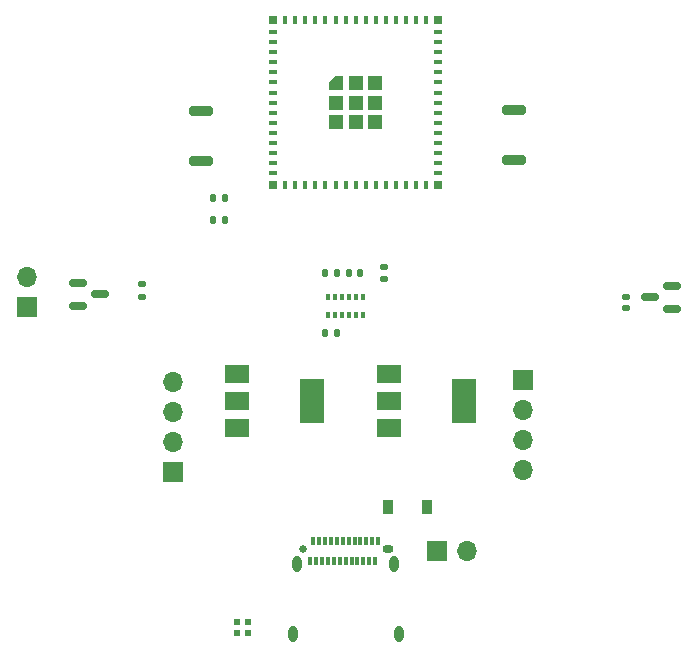
<source format=gbr>
%TF.GenerationSoftware,KiCad,Pcbnew,7.0.9-7.0.9~ubuntu22.04.1*%
%TF.CreationDate,2023-12-21T17:36:32+01:00*%
%TF.ProjectId,lidar 2 round,6c696461-7220-4322-9072-6f756e642e6b,rev?*%
%TF.SameCoordinates,Original*%
%TF.FileFunction,Soldermask,Top*%
%TF.FilePolarity,Negative*%
%FSLAX46Y46*%
G04 Gerber Fmt 4.6, Leading zero omitted, Abs format (unit mm)*
G04 Created by KiCad (PCBNEW 7.0.9-7.0.9~ubuntu22.04.1) date 2023-12-21 17:36:32*
%MOMM*%
%LPD*%
G01*
G04 APERTURE LIST*
G04 Aperture macros list*
%AMRoundRect*
0 Rectangle with rounded corners*
0 $1 Rounding radius*
0 $2 $3 $4 $5 $6 $7 $8 $9 X,Y pos of 4 corners*
0 Add a 4 corners polygon primitive as box body*
4,1,4,$2,$3,$4,$5,$6,$7,$8,$9,$2,$3,0*
0 Add four circle primitives for the rounded corners*
1,1,$1+$1,$2,$3*
1,1,$1+$1,$4,$5*
1,1,$1+$1,$6,$7*
1,1,$1+$1,$8,$9*
0 Add four rect primitives between the rounded corners*
20,1,$1+$1,$2,$3,$4,$5,0*
20,1,$1+$1,$4,$5,$6,$7,0*
20,1,$1+$1,$6,$7,$8,$9,0*
20,1,$1+$1,$8,$9,$2,$3,0*%
%AMFreePoly0*
4,1,6,0.600000,-0.600000,-0.600000,-0.600000,-0.600000,0.000000,0.000000,0.600000,0.600000,0.600000,0.600000,-0.600000,0.600000,-0.600000,$1*%
G04 Aperture macros list end*
%ADD10RoundRect,0.140000X-0.170000X0.140000X-0.170000X-0.140000X0.170000X-0.140000X0.170000X0.140000X0*%
%ADD11RoundRect,0.200000X0.800000X-0.200000X0.800000X0.200000X-0.800000X0.200000X-0.800000X-0.200000X0*%
%ADD12R,0.800000X0.400000*%
%ADD13R,0.400000X0.800000*%
%ADD14FreePoly0,0.000000*%
%ADD15R,1.200000X1.200000*%
%ADD16R,0.800000X0.800000*%
%ADD17R,1.700000X1.700000*%
%ADD18O,1.700000X1.700000*%
%ADD19RoundRect,0.150000X0.587500X0.150000X-0.587500X0.150000X-0.587500X-0.150000X0.587500X-0.150000X0*%
%ADD20RoundRect,0.135000X0.135000X0.185000X-0.135000X0.185000X-0.135000X-0.185000X0.135000X-0.185000X0*%
%ADD21R,0.500000X0.500000*%
%ADD22RoundRect,0.150000X-0.587500X-0.150000X0.587500X-0.150000X0.587500X0.150000X-0.587500X0.150000X0*%
%ADD23C,0.650000*%
%ADD24O,0.950000X0.650000*%
%ADD25R,0.300000X0.700000*%
%ADD26O,0.800000X1.400000*%
%ADD27R,0.900000X1.200000*%
%ADD28R,2.000000X1.500000*%
%ADD29R,2.000000X3.800000*%
%ADD30RoundRect,0.135000X-0.135000X-0.185000X0.135000X-0.185000X0.135000X0.185000X-0.135000X0.185000X0*%
%ADD31RoundRect,0.135000X0.185000X-0.135000X0.185000X0.135000X-0.185000X0.135000X-0.185000X-0.135000X0*%
%ADD32RoundRect,0.087500X0.087500X0.200000X-0.087500X0.200000X-0.087500X-0.200000X0.087500X-0.200000X0*%
%ADD33RoundRect,0.135000X-0.185000X0.135000X-0.185000X-0.135000X0.185000X-0.135000X0.185000X0.135000X0*%
%ADD34RoundRect,0.140000X0.140000X0.170000X-0.140000X0.170000X-0.140000X-0.170000X0.140000X-0.170000X0*%
%ADD35RoundRect,0.140000X-0.140000X-0.170000X0.140000X-0.170000X0.140000X0.170000X-0.140000X0.170000X0*%
G04 APERTURE END LIST*
D10*
%TO.C,C4*%
X162750000Y-99215000D03*
X162750000Y-100175000D03*
%TD*%
D11*
%TO.C,SW2*%
X126750000Y-87700000D03*
X126750000Y-83500000D03*
%TD*%
D12*
%TO.C,U5*%
X132850000Y-76800000D03*
X132850000Y-77650000D03*
X132850000Y-78500000D03*
X132850000Y-79350000D03*
X132850000Y-80200000D03*
X132850000Y-81050000D03*
X132850000Y-81900000D03*
X132850000Y-82750000D03*
X132850000Y-83600000D03*
X132850000Y-84450000D03*
X132850000Y-85300000D03*
X132850000Y-86150000D03*
X132850000Y-87000000D03*
X132850000Y-87850000D03*
X132850000Y-88700000D03*
D13*
X133900000Y-89750000D03*
X134750000Y-89750000D03*
X135600000Y-89750000D03*
X136450000Y-89750000D03*
X137300000Y-89750000D03*
X138150000Y-89750000D03*
X139000000Y-89750000D03*
X139850000Y-89750000D03*
X140700000Y-89750000D03*
X141550000Y-89750000D03*
X142400000Y-89750000D03*
X143250000Y-89750000D03*
X144100000Y-89750000D03*
X144950000Y-89750000D03*
X145800000Y-89750000D03*
D12*
X146850000Y-88700000D03*
X146850000Y-87850000D03*
X146850000Y-87000000D03*
X146850000Y-86150000D03*
X146850000Y-85300000D03*
X146850000Y-84450000D03*
X146850000Y-83600000D03*
X146850000Y-82750000D03*
X146850000Y-81900000D03*
X146850000Y-81050000D03*
X146850000Y-80200000D03*
X146850000Y-79350000D03*
X146850000Y-78500000D03*
X146850000Y-77650000D03*
X146850000Y-76800000D03*
D13*
X145800000Y-75750000D03*
X144950000Y-75750000D03*
X144100000Y-75750000D03*
X143250000Y-75750000D03*
X142400000Y-75750000D03*
X141550000Y-75750000D03*
X140700000Y-75750000D03*
X139850000Y-75750000D03*
X139000000Y-75750000D03*
X138150000Y-75750000D03*
X137300000Y-75750000D03*
X136450000Y-75750000D03*
X135600000Y-75750000D03*
X134750000Y-75750000D03*
X133900000Y-75750000D03*
D14*
X138200000Y-81100000D03*
D15*
X138200000Y-82750000D03*
X138200000Y-84400000D03*
X139850000Y-81100000D03*
X139850000Y-82750000D03*
X139850000Y-84400000D03*
X141500000Y-81100000D03*
X141500000Y-82750000D03*
X141500000Y-84400000D03*
D16*
X132850000Y-75750000D03*
X132850000Y-89750000D03*
X146850000Y-89750000D03*
X146850000Y-75750000D03*
%TD*%
D17*
%TO.C,J4*%
X146710000Y-120750000D03*
D18*
X149250000Y-120750000D03*
%TD*%
D19*
%TO.C,U4*%
X166625000Y-100200000D03*
X166625000Y-98300000D03*
X164750000Y-99250000D03*
%TD*%
D17*
%TO.C,J3*%
X124375000Y-114050000D03*
D18*
X124375000Y-111510000D03*
X124375000Y-108970000D03*
X124375000Y-106430000D03*
%TD*%
D20*
%TO.C,R3*%
X128780000Y-92710000D03*
X127760000Y-92710000D03*
%TD*%
D17*
%TO.C,J2*%
X112000000Y-100025000D03*
D18*
X112000000Y-97485000D03*
%TD*%
D21*
%TO.C,U3*%
X130717722Y-126726148D03*
X129817722Y-126726148D03*
X129817722Y-127626148D03*
X130717722Y-127626148D03*
%TD*%
D22*
%TO.C,Q1*%
X116312500Y-98050000D03*
X116312500Y-99950000D03*
X118187500Y-99000000D03*
%TD*%
D23*
%TO.C,J5*%
X135410000Y-120550000D03*
D24*
X142610000Y-120550000D03*
D25*
X136260000Y-119890000D03*
X136760000Y-119890000D03*
X137260000Y-119890000D03*
X137760000Y-119890000D03*
X138260000Y-119890000D03*
X138760000Y-119890000D03*
X139260000Y-119890000D03*
X139760000Y-119890000D03*
X140260000Y-119890000D03*
X140760000Y-119890000D03*
X141260000Y-119890000D03*
X141760000Y-119890000D03*
X141510000Y-121590000D03*
X141010000Y-121590000D03*
X140510000Y-121590000D03*
X140010000Y-121590000D03*
X139510000Y-121590000D03*
X139010000Y-121590000D03*
X138510000Y-121590000D03*
X138010000Y-121590000D03*
X137510000Y-121590000D03*
X137010000Y-121590000D03*
X136510000Y-121590000D03*
X136010000Y-121590000D03*
D26*
X134520000Y-127750000D03*
X134880000Y-121800000D03*
X143140000Y-121800000D03*
X143500000Y-127750000D03*
%TD*%
D17*
%TO.C,J1*%
X154000000Y-106250000D03*
D18*
X154000000Y-108790000D03*
X154000000Y-111330000D03*
X154000000Y-113870000D03*
%TD*%
D27*
%TO.C,D1*%
X145900000Y-117000000D03*
X142600000Y-117000000D03*
%TD*%
D28*
%TO.C,U6*%
X129850000Y-105700000D03*
X129850000Y-108000000D03*
D29*
X136150000Y-108000000D03*
D28*
X129850000Y-110300000D03*
%TD*%
D30*
%TO.C,R4*%
X127760000Y-90805000D03*
X128780000Y-90805000D03*
%TD*%
D31*
%TO.C,R2*%
X142240000Y-97665000D03*
X142240000Y-96645000D03*
%TD*%
D32*
%TO.C,U2*%
X137500000Y-100726000D03*
X138100000Y-100726000D03*
X138700000Y-100726000D03*
X139300000Y-100726000D03*
X139900000Y-100726000D03*
X140500000Y-100726000D03*
X140500000Y-99250000D03*
X139900000Y-99250000D03*
X139300000Y-99250000D03*
X138700000Y-99250000D03*
X138100000Y-99250000D03*
X137500000Y-99250000D03*
%TD*%
D33*
%TO.C,R1*%
X121750000Y-98152500D03*
X121750000Y-99172500D03*
%TD*%
D34*
%TO.C,C1*%
X138250000Y-97155000D03*
X137290000Y-97155000D03*
%TD*%
D28*
%TO.C,U1*%
X142700000Y-105700000D03*
X142700000Y-108000000D03*
D29*
X149000000Y-108000000D03*
D28*
X142700000Y-110300000D03*
%TD*%
D11*
%TO.C,SW1*%
X153250000Y-87600000D03*
X153250000Y-83400000D03*
%TD*%
D35*
%TO.C,C3*%
X139290000Y-97155000D03*
X140250000Y-97155000D03*
%TD*%
D34*
%TO.C,C2*%
X138250000Y-102250000D03*
X137290000Y-102250000D03*
%TD*%
M02*

</source>
